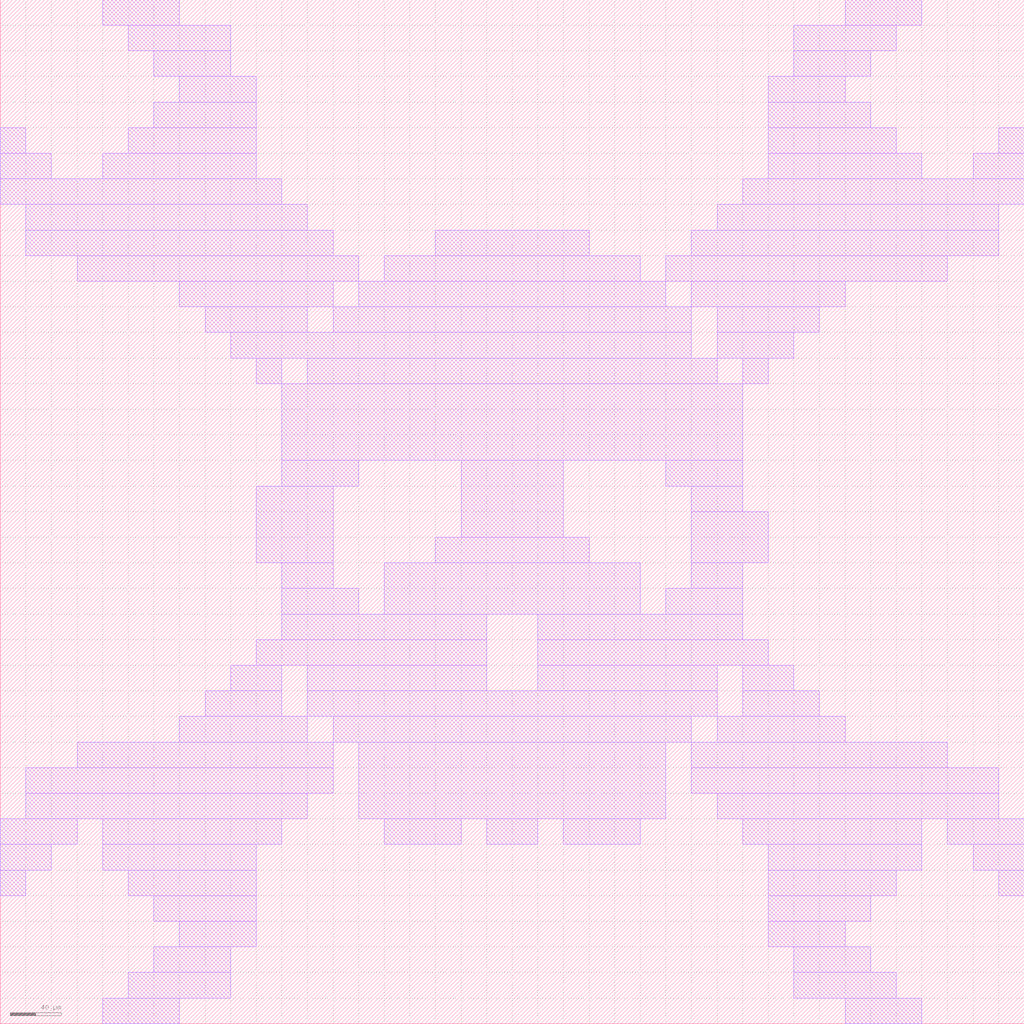
<source format=lef>
VERSION 5.7 ;
  NOWIREEXTENSIONATPIN ON ;
  DIVIDERCHAR "/" ;
  BUSBITCHARS "[]" ;
MACRO LOGO
  CLASS BLOCK ;
  FOREIGN LOGO ;
  ORIGIN 0.000 -20.000 ;
  SIZE 800.000 BY 800.000 ;
  OBS
      LAYER met5 ;
        RECT 80.000 800.000 140.000 820.000 ;
        RECT 660.000 800.000 720.000 820.000 ;
        RECT 100.000 780.000 180.000 800.000 ;
        RECT 120.000 760.000 180.000 780.000 ;
        RECT 620.000 780.000 700.000 800.000 ;
        RECT 620.000 760.000 680.000 780.000 ;
        RECT 140.000 740.000 200.000 760.000 ;
        RECT 120.000 720.000 200.000 740.000 ;
        RECT 0.000 700.000 20.000 720.000 ;
        RECT 100.000 700.000 200.000 720.000 ;
        RECT 0.000 680.000 40.000 700.000 ;
        RECT 80.000 680.000 200.000 700.000 ;
        RECT 600.000 740.000 660.000 760.000 ;
        RECT 600.000 720.000 680.000 740.000 ;
        RECT 600.000 700.000 700.000 720.000 ;
        RECT 780.000 700.000 800.000 720.000 ;
        RECT 600.000 680.000 720.000 700.000 ;
        RECT 760.000 680.000 800.000 700.000 ;
        RECT 0.000 660.000 220.000 680.000 ;
        RECT 580.000 660.000 800.000 680.000 ;
        RECT 20.000 640.000 240.000 660.000 ;
        RECT 560.000 640.000 780.000 660.000 ;
        RECT 20.000 620.000 260.000 640.000 ;
        RECT 340.000 620.000 460.000 640.000 ;
        RECT 540.000 620.000 780.000 640.000 ;
        RECT 60.000 600.000 280.000 620.000 ;
        RECT 300.000 600.000 500.000 620.000 ;
        RECT 520.000 600.000 740.000 620.000 ;
        RECT 140.000 580.000 260.000 600.000 ;
        RECT 280.000 580.000 520.000 600.000 ;
        RECT 540.000 580.000 660.000 600.000 ;
        RECT 160.000 560.000 240.000 580.000 ;
        RECT 260.000 560.000 540.000 580.000 ;
        RECT 180.000 540.000 540.000 560.000 ;
        RECT 560.000 560.000 640.000 580.000 ;
        RECT 560.000 540.000 620.000 560.000 ;
        RECT 200.000 520.000 220.000 540.000 ;
        RECT 240.000 520.000 560.000 540.000 ;
        RECT 580.000 520.000 600.000 540.000 ;
        RECT 220.000 460.000 580.000 520.000 ;
        RECT 220.000 440.000 280.000 460.000 ;
        RECT 200.000 380.000 260.000 440.000 ;
        RECT 360.000 400.000 440.000 460.000 ;
        RECT 520.000 440.000 580.000 460.000 ;
        RECT 540.000 420.000 580.000 440.000 ;
        RECT 340.000 380.000 460.000 400.000 ;
        RECT 540.000 380.000 600.000 420.000 ;
        RECT 220.000 360.000 260.000 380.000 ;
        RECT 220.000 340.000 280.000 360.000 ;
        RECT 300.000 340.000 500.000 380.000 ;
        RECT 540.000 360.000 580.000 380.000 ;
        RECT 520.000 340.000 580.000 360.000 ;
        RECT 220.000 320.000 380.000 340.000 ;
        RECT 200.000 300.000 380.000 320.000 ;
        RECT 180.000 280.000 220.000 300.000 ;
        RECT 160.000 260.000 220.000 280.000 ;
        RECT 240.000 280.000 380.000 300.000 ;
        RECT 420.000 320.000 580.000 340.000 ;
        RECT 420.000 300.000 600.000 320.000 ;
        RECT 420.000 280.000 560.000 300.000 ;
        RECT 240.000 260.000 560.000 280.000 ;
        RECT 580.000 280.000 620.000 300.000 ;
        RECT 580.000 260.000 640.000 280.000 ;
        RECT 140.000 240.000 240.000 260.000 ;
        RECT 260.000 240.000 540.000 260.000 ;
        RECT 560.000 240.000 660.000 260.000 ;
        RECT 60.000 220.000 260.000 240.000 ;
        RECT 20.000 200.000 260.000 220.000 ;
        RECT 20.000 180.000 240.000 200.000 ;
        RECT 280.000 180.000 520.000 240.000 ;
        RECT 540.000 220.000 740.000 240.000 ;
        RECT 540.000 200.000 780.000 220.000 ;
        RECT 560.000 180.000 780.000 200.000 ;
        RECT 0.000 160.000 60.000 180.000 ;
        RECT 80.000 160.000 220.000 180.000 ;
        RECT 300.000 160.000 360.000 180.000 ;
        RECT 380.000 160.000 420.000 180.000 ;
        RECT 440.000 160.000 500.000 180.000 ;
        RECT 580.000 160.000 720.000 180.000 ;
        RECT 740.000 160.000 800.000 180.000 ;
        RECT 0.000 140.000 40.000 160.000 ;
        RECT 80.000 140.000 200.000 160.000 ;
        RECT 0.000 120.000 20.000 140.000 ;
        RECT 100.000 120.000 200.000 140.000 ;
        RECT 120.000 100.000 200.000 120.000 ;
        RECT 140.000 80.000 200.000 100.000 ;
        RECT 600.000 140.000 720.000 160.000 ;
        RECT 760.000 140.000 800.000 160.000 ;
        RECT 600.000 120.000 700.000 140.000 ;
        RECT 780.000 120.000 800.000 140.000 ;
        RECT 600.000 100.000 680.000 120.000 ;
        RECT 600.000 80.000 660.000 100.000 ;
        RECT 120.000 60.000 180.000 80.000 ;
        RECT 100.000 40.000 180.000 60.000 ;
        RECT 620.000 60.000 680.000 80.000 ;
        RECT 620.000 40.000 700.000 60.000 ;
        RECT 80.000 20.000 140.000 40.000 ;
        RECT 660.000 20.000 720.000 40.000 ;
  END
END LOGO
END LIBRARY


</source>
